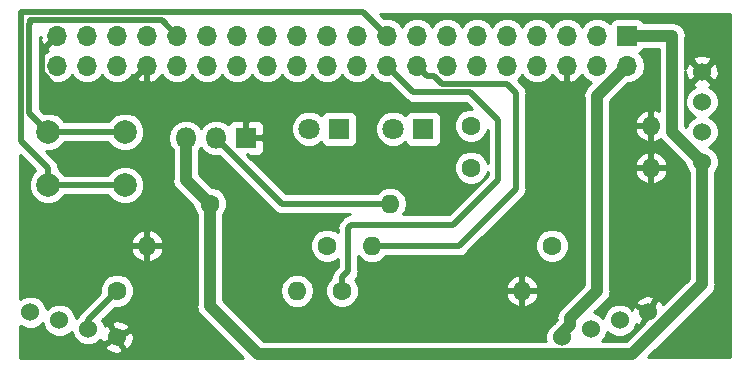
<source format=gbr>
G04 #@! TF.GenerationSoftware,KiCad,Pcbnew,(5.0.2)-1*
G04 #@! TF.CreationDate,2020-12-29T21:20:42+01:00*
G04 #@! TF.ProjectId,Radmesser,5261646d-6573-4736-9572-2e6b69636164,rev?*
G04 #@! TF.SameCoordinates,Original*
G04 #@! TF.FileFunction,Copper,L2,Bot*
G04 #@! TF.FilePolarity,Positive*
%FSLAX46Y46*%
G04 Gerber Fmt 4.6, Leading zero omitted, Abs format (unit mm)*
G04 Created by KiCad (PCBNEW (5.0.2)-1) date 29.12.2020 21:20:42*
%MOMM*%
%LPD*%
G01*
G04 APERTURE LIST*
G04 #@! TA.AperFunction,ComponentPad*
%ADD10C,1.530000*%
G04 #@! TD*
G04 #@! TA.AperFunction,ComponentPad*
%ADD11R,1.800000X1.800000*%
G04 #@! TD*
G04 #@! TA.AperFunction,ComponentPad*
%ADD12C,1.800000*%
G04 #@! TD*
G04 #@! TA.AperFunction,ComponentPad*
%ADD13O,1.700000X1.700000*%
G04 #@! TD*
G04 #@! TA.AperFunction,ComponentPad*
%ADD14R,1.700000X1.700000*%
G04 #@! TD*
G04 #@! TA.AperFunction,ComponentPad*
%ADD15O,1.600000X1.600000*%
G04 #@! TD*
G04 #@! TA.AperFunction,ComponentPad*
%ADD16C,1.600000*%
G04 #@! TD*
G04 #@! TA.AperFunction,ComponentPad*
%ADD17O,1.800000X1.800000*%
G04 #@! TD*
G04 #@! TA.AperFunction,ComponentPad*
%ADD18C,2.000000*%
G04 #@! TD*
G04 #@! TA.AperFunction,Conductor*
%ADD19C,0.500000*%
G04 #@! TD*
G04 #@! TA.AperFunction,Conductor*
%ADD20C,1.000000*%
G04 #@! TD*
G04 #@! TA.AperFunction,Conductor*
%ADD21C,0.254000*%
G04 #@! TD*
G04 APERTURE END LIST*
D10*
G04 #@! TO.P,Uvorne1,2*
G04 #@! TO.N,Net-(J1-Pad35)*
X147509198Y-106649941D03*
G04 #@! TO.P,Uvorne1,3*
G04 #@! TO.N,Net-(R4-Pad1)*
X149950802Y-107350059D03*
G04 #@! TO.P,Uvorne1,4*
G04 #@! TO.N,GND*
X152392407Y-108050179D03*
G04 #@! TO.P,Uvorne1,1*
G04 #@! TO.N,Net-(J1-Pad2)*
X145067593Y-105949821D03*
G04 #@! TD*
G04 #@! TO.P,Uhinten2,1*
G04 #@! TO.N,Net-(J1-Pad2)*
X190067593Y-108050180D03*
G04 #@! TO.P,Uhinten2,4*
G04 #@! TO.N,GND*
X197392407Y-105949820D03*
G04 #@! TO.P,Uhinten2,3*
G04 #@! TO.N,Net-(R2-Pad1)*
X194950802Y-106649941D03*
G04 #@! TO.P,Uhinten2,2*
G04 #@! TO.N,Net-(J1-Pad35)*
X192509198Y-107350059D03*
G04 #@! TD*
D11*
G04 #@! TO.P,Drot2,1*
G04 #@! TO.N,Net-(Drot2-Pad1)*
X178308000Y-90424000D03*
D12*
G04 #@! TO.P,Drot2,2*
G04 #@! TO.N,Net-(Drot2-Pad2)*
X175768000Y-90424000D03*
G04 #@! TD*
G04 #@! TO.P,Dgrun1,2*
G04 #@! TO.N,Net-(Dgrun1-Pad2)*
X168656000Y-90424000D03*
D11*
G04 #@! TO.P,Dgrun1,1*
G04 #@! TO.N,Net-(Dgrun1-Pad1)*
X171196000Y-90424000D03*
G04 #@! TD*
D10*
G04 #@! TO.P,GPS1,2*
G04 #@! TO.N,Net-(GPS1-Pad2)*
X201930000Y-90678000D03*
G04 #@! TO.P,GPS1,3*
G04 #@! TO.N,Net-(GPS1-Pad3)*
X201930000Y-88138000D03*
G04 #@! TO.P,GPS1,4*
G04 #@! TO.N,GND*
X201930000Y-85598000D03*
G04 #@! TO.P,GPS1,1*
G04 #@! TO.N,Net-(GPS1-Pad1)*
X201930000Y-93218000D03*
G04 #@! TD*
D13*
G04 #@! TO.P,J1,40*
G04 #@! TO.N,Net-(Dgrun1-Pad2)*
X147320000Y-85090000D03*
G04 #@! TO.P,J1,39*
G04 #@! TO.N,GND*
X147320000Y-82550000D03*
G04 #@! TO.P,J1,38*
G04 #@! TO.N,Net-(Drot2-Pad2)*
X149860000Y-85090000D03*
G04 #@! TO.P,J1,37*
G04 #@! TO.N,Net-(J1-Pad37)*
X149860000Y-82550000D03*
G04 #@! TO.P,J1,36*
G04 #@! TO.N,Net-(J1-Pad36)*
X152400000Y-85090000D03*
G04 #@! TO.P,J1,35*
G04 #@! TO.N,Net-(J1-Pad35)*
X152400000Y-82550000D03*
G04 #@! TO.P,J1,34*
G04 #@! TO.N,GND*
X154940000Y-85090000D03*
G04 #@! TO.P,J1,33*
G04 #@! TO.N,Net-(J1-Pad33)*
X154940000Y-82550000D03*
G04 #@! TO.P,J1,32*
G04 #@! TO.N,Net-(J1-Pad32)*
X157480000Y-85090000D03*
G04 #@! TO.P,J1,31*
G04 #@! TO.N,Net-(J1-Pad31)*
X157480000Y-82550000D03*
G04 #@! TO.P,J1,30*
G04 #@! TO.N,Net-(J1-Pad30)*
X160020000Y-85090000D03*
G04 #@! TO.P,J1,29*
G04 #@! TO.N,Net-(J1-Pad29)*
X160020000Y-82550000D03*
G04 #@! TO.P,J1,28*
G04 #@! TO.N,Net-(J1-Pad28)*
X162560000Y-85090000D03*
G04 #@! TO.P,J1,27*
G04 #@! TO.N,Net-(J1-Pad27)*
X162560000Y-82550000D03*
G04 #@! TO.P,J1,26*
G04 #@! TO.N,Net-(J1-Pad26)*
X165100000Y-85090000D03*
G04 #@! TO.P,J1,25*
G04 #@! TO.N,Net-(J1-Pad25)*
X165100000Y-82550000D03*
G04 #@! TO.P,J1,24*
G04 #@! TO.N,Net-(J1-Pad24)*
X167640000Y-85090000D03*
G04 #@! TO.P,J1,23*
G04 #@! TO.N,Net-(J1-Pad23)*
X167640000Y-82550000D03*
G04 #@! TO.P,J1,22*
G04 #@! TO.N,Net-(J1-Pad22)*
X170180000Y-85090000D03*
G04 #@! TO.P,J1,21*
G04 #@! TO.N,Net-(J1-Pad21)*
X170180000Y-82550000D03*
G04 #@! TO.P,J1,20*
G04 #@! TO.N,Net-(J1-Pad20)*
X172720000Y-85090000D03*
G04 #@! TO.P,J1,19*
G04 #@! TO.N,Net-(J1-Pad19)*
X172720000Y-82550000D03*
G04 #@! TO.P,J1,18*
G04 #@! TO.N,Net-(J1-Pad18)*
X175260000Y-85090000D03*
G04 #@! TO.P,J1,17*
G04 #@! TO.N,Net-(J1-Pad17)*
X175260000Y-82550000D03*
G04 #@! TO.P,J1,16*
G04 #@! TO.N,Net-(J1-Pad16)*
X177800000Y-85090000D03*
G04 #@! TO.P,J1,15*
G04 #@! TO.N,Net-(J1-Pad15)*
X177800000Y-82550000D03*
G04 #@! TO.P,J1,14*
G04 #@! TO.N,Net-(J1-Pad14)*
X180340000Y-85090000D03*
G04 #@! TO.P,J1,13*
G04 #@! TO.N,Net-(J1-Pad13)*
X180340000Y-82550000D03*
G04 #@! TO.P,J1,12*
G04 #@! TO.N,Net-(J1-Pad12)*
X182880000Y-85090000D03*
G04 #@! TO.P,J1,11*
G04 #@! TO.N,Net-(J1-Pad11)*
X182880000Y-82550000D03*
G04 #@! TO.P,J1,10*
G04 #@! TO.N,Net-(GPS1-Pad3)*
X185420000Y-85090000D03*
G04 #@! TO.P,J1,9*
G04 #@! TO.N,Net-(J1-Pad9)*
X185420000Y-82550000D03*
G04 #@! TO.P,J1,8*
G04 #@! TO.N,Net-(GPS1-Pad2)*
X187960000Y-85090000D03*
G04 #@! TO.P,J1,7*
G04 #@! TO.N,Net-(J1-Pad7)*
X187960000Y-82550000D03*
G04 #@! TO.P,J1,6*
G04 #@! TO.N,GND*
X190500000Y-85090000D03*
G04 #@! TO.P,J1,5*
G04 #@! TO.N,Net-(J1-Pad5)*
X190500000Y-82550000D03*
G04 #@! TO.P,J1,4*
G04 #@! TO.N,Net-(J1-Pad4)*
X193040000Y-85090000D03*
G04 #@! TO.P,J1,3*
G04 #@! TO.N,Net-(J1-Pad3)*
X193040000Y-82550000D03*
G04 #@! TO.P,J1,2*
G04 #@! TO.N,Net-(J1-Pad2)*
X195580000Y-85090000D03*
D14*
G04 #@! TO.P,J1,1*
G04 #@! TO.N,Net-(GPS1-Pad1)*
X195580000Y-82550000D03*
G04 #@! TD*
D15*
G04 #@! TO.P,R1,2*
G04 #@! TO.N,GND*
X154940000Y-100330000D03*
D16*
G04 #@! TO.P,R1,1*
G04 #@! TO.N,Net-(J1-Pad16)*
X170180000Y-100330000D03*
G04 #@! TD*
G04 #@! TO.P,R2,1*
G04 #@! TO.N,Net-(R2-Pad1)*
X189230000Y-100330000D03*
D15*
G04 #@! TO.P,R2,2*
G04 #@! TO.N,Net-(J1-Pad16)*
X173990000Y-100330000D03*
G04 #@! TD*
G04 #@! TO.P,R3,2*
G04 #@! TO.N,GND*
X186690000Y-104140000D03*
D16*
G04 #@! TO.P,R3,1*
G04 #@! TO.N,Net-(J1-Pad18)*
X171450000Y-104140000D03*
G04 #@! TD*
G04 #@! TO.P,R4,1*
G04 #@! TO.N,Net-(R4-Pad1)*
X152400000Y-104140000D03*
D15*
G04 #@! TO.P,R4,2*
G04 #@! TO.N,Net-(J1-Pad18)*
X167640000Y-104140000D03*
G04 #@! TD*
G04 #@! TO.P,R5,2*
G04 #@! TO.N,GND*
X197612000Y-90170000D03*
D16*
G04 #@! TO.P,R5,1*
G04 #@! TO.N,Net-(Drot2-Pad1)*
X182372000Y-90170000D03*
G04 #@! TD*
G04 #@! TO.P,R6,1*
G04 #@! TO.N,Net-(Dgrun1-Pad1)*
X182372000Y-93726000D03*
D15*
G04 #@! TO.P,R6,2*
G04 #@! TO.N,GND*
X197612000Y-93726000D03*
G04 #@! TD*
G04 #@! TO.P,R7,2*
G04 #@! TO.N,Net-(J1-Pad7)*
X175514000Y-96774000D03*
D16*
G04 #@! TO.P,R7,1*
G04 #@! TO.N,Net-(GPS1-Pad1)*
X160274000Y-96774000D03*
G04 #@! TD*
D17*
G04 #@! TO.P,U3,3*
G04 #@! TO.N,Net-(GPS1-Pad1)*
X158242000Y-91186000D03*
G04 #@! TO.P,U3,2*
G04 #@! TO.N,Net-(J1-Pad7)*
X160782000Y-91186000D03*
D11*
G04 #@! TO.P,U3,1*
G04 #@! TO.N,GND*
X163322000Y-91186000D03*
G04 #@! TD*
D18*
G04 #@! TO.P,SW1,1*
G04 #@! TO.N,Net-(J1-Pad31)*
X153058000Y-90678000D03*
G04 #@! TO.P,SW1,2*
G04 #@! TO.N,Net-(J1-Pad17)*
X153058000Y-95178000D03*
G04 #@! TO.P,SW1,1*
G04 #@! TO.N,Net-(J1-Pad31)*
X146558000Y-90678000D03*
G04 #@! TO.P,SW1,2*
G04 #@! TO.N,Net-(J1-Pad17)*
X146558000Y-95178000D03*
G04 #@! TD*
D19*
G04 #@! TO.N,GND*
X146019999Y-85714001D02*
X148189998Y-87884000D01*
X147320000Y-82550000D02*
X146019999Y-83850001D01*
X146019999Y-83850001D02*
X146019999Y-85714001D01*
X152146000Y-87884000D02*
X154940000Y-85090000D01*
X148189998Y-87884000D02*
X152146000Y-87884000D01*
D20*
G04 #@! TO.N,Net-(GPS1-Pad1)*
X199390000Y-90678000D02*
X201930000Y-93218000D01*
X195580000Y-82550000D02*
X199390000Y-82550000D01*
X199390000Y-82550000D02*
X199390000Y-90678000D01*
X195995248Y-109515181D02*
X164379181Y-109515181D01*
X201930000Y-93218000D02*
X201930000Y-103580429D01*
X201930000Y-103580429D02*
X195995248Y-109515181D01*
X160274000Y-105410000D02*
X160274000Y-96774000D01*
X164379181Y-109515181D02*
X160274000Y-105410000D01*
X158242000Y-94742000D02*
X160274000Y-96774000D01*
X158242000Y-91186000D02*
X158242000Y-94742000D01*
D19*
G04 #@! TO.N,Net-(J1-Pad31)*
X146558000Y-90678000D02*
X153058000Y-90678000D01*
X156179999Y-81249999D02*
X145064001Y-81249999D01*
X157480000Y-82550000D02*
X156179999Y-81249999D01*
X145288000Y-89408000D02*
X146558000Y-90678000D01*
X145064001Y-81249999D02*
X145034000Y-81280000D01*
X145064001Y-81503999D02*
X144955000Y-81613000D01*
X145064001Y-81249999D02*
X145064001Y-81503999D01*
X144955000Y-89075000D02*
X146558000Y-90678000D01*
X144955000Y-81613000D02*
X144955000Y-89075000D01*
G04 #@! TO.N,Net-(J1-Pad18)*
X176109999Y-85939999D02*
X175260000Y-85090000D01*
X182310010Y-87314010D02*
X177484010Y-87314010D01*
X184658000Y-89662000D02*
X182310010Y-87314010D01*
X171450000Y-104140000D02*
X171450000Y-103008630D01*
X171450000Y-103008630D02*
X171958000Y-102500630D01*
X184658000Y-94742000D02*
X184658000Y-89662000D01*
X171958000Y-102500630D02*
X171958000Y-98806000D01*
X171958000Y-98806000D02*
X172212000Y-98552000D01*
X172212000Y-98552000D02*
X180848000Y-98552000D01*
X177484010Y-87314010D02*
X176109999Y-85939999D01*
X180848000Y-98552000D02*
X184658000Y-94742000D01*
G04 #@! TO.N,Net-(J1-Pad16)*
X186182000Y-95504000D02*
X181356000Y-100330000D01*
X181356000Y-100330000D02*
X173990000Y-100330000D01*
X177800000Y-85090000D02*
X178649999Y-85939999D01*
X178649999Y-85939999D02*
X179265997Y-85939999D01*
X179265997Y-85939999D02*
X179939998Y-86614000D01*
X179939998Y-86614000D02*
X185420000Y-86614000D01*
X185420000Y-86614000D02*
X186182000Y-87376000D01*
X186182000Y-87376000D02*
X186182000Y-95504000D01*
G04 #@! TO.N,Net-(J1-Pad7)*
X165608000Y-96012000D02*
X160782000Y-91186000D01*
X166370000Y-96774000D02*
X165608000Y-96012000D01*
X175514000Y-96774000D02*
X166370000Y-96774000D01*
G04 #@! TO.N,Net-(R4-Pad1)*
X149950802Y-106589198D02*
X152400000Y-104140000D01*
X149950802Y-107350059D02*
X149950802Y-106589198D01*
G04 #@! TO.N,Net-(J1-Pad17)*
X175260000Y-82550000D02*
X173245010Y-80535010D01*
X173245010Y-80535010D02*
X144254990Y-80535010D01*
X144254990Y-91460777D02*
X144254990Y-80535010D01*
X146558000Y-93763787D02*
X144254990Y-91460777D01*
X146558000Y-95178000D02*
X146558000Y-93763787D01*
X147972213Y-95178000D02*
X153058000Y-95178000D01*
X146558000Y-95178000D02*
X147972213Y-95178000D01*
D20*
G04 #@! TO.N,Net-(J1-Pad2)*
X195580000Y-85090000D02*
X193040000Y-87630000D01*
X193040000Y-87630000D02*
X193040000Y-96520000D01*
X190768257Y-107027146D02*
X190768257Y-106411743D01*
X190003258Y-107792145D02*
X190768257Y-107027146D01*
X190768257Y-106411743D02*
X193040000Y-104140000D01*
X193040000Y-104140000D02*
X193040000Y-96520000D01*
G04 #@! TD*
D21*
G04 #@! TO.N,GND*
G36*
X155067000Y-84963000D02*
X155087000Y-84963000D01*
X155087000Y-85217000D01*
X155067000Y-85217000D01*
X155067000Y-86410155D01*
X155296890Y-86531476D01*
X155706924Y-86361645D01*
X156135183Y-85971358D01*
X156196157Y-85841522D01*
X156409375Y-86160625D01*
X156900582Y-86488839D01*
X157333744Y-86575000D01*
X157626256Y-86575000D01*
X158059418Y-86488839D01*
X158550625Y-86160625D01*
X158750000Y-85862239D01*
X158949375Y-86160625D01*
X159440582Y-86488839D01*
X159873744Y-86575000D01*
X160166256Y-86575000D01*
X160599418Y-86488839D01*
X161090625Y-86160625D01*
X161290000Y-85862239D01*
X161489375Y-86160625D01*
X161980582Y-86488839D01*
X162413744Y-86575000D01*
X162706256Y-86575000D01*
X163139418Y-86488839D01*
X163630625Y-86160625D01*
X163830000Y-85862239D01*
X164029375Y-86160625D01*
X164520582Y-86488839D01*
X164953744Y-86575000D01*
X165246256Y-86575000D01*
X165679418Y-86488839D01*
X166170625Y-86160625D01*
X166370000Y-85862239D01*
X166569375Y-86160625D01*
X167060582Y-86488839D01*
X167493744Y-86575000D01*
X167786256Y-86575000D01*
X168219418Y-86488839D01*
X168710625Y-86160625D01*
X168910000Y-85862239D01*
X169109375Y-86160625D01*
X169600582Y-86488839D01*
X170033744Y-86575000D01*
X170326256Y-86575000D01*
X170759418Y-86488839D01*
X171250625Y-86160625D01*
X171450000Y-85862239D01*
X171649375Y-86160625D01*
X172140582Y-86488839D01*
X172573744Y-86575000D01*
X172866256Y-86575000D01*
X173299418Y-86488839D01*
X173790625Y-86160625D01*
X173990000Y-85862239D01*
X174189375Y-86160625D01*
X174680582Y-86488839D01*
X175113744Y-86575000D01*
X175406256Y-86575000D01*
X175478959Y-86560538D01*
X175545844Y-86627423D01*
X175545847Y-86627425D01*
X176796587Y-87878166D01*
X176845961Y-87952059D01*
X176919854Y-88001433D01*
X176919855Y-88001434D01*
X177138700Y-88147662D01*
X177396845Y-88199010D01*
X177396849Y-88199010D01*
X177484010Y-88216347D01*
X177571171Y-88199010D01*
X181943432Y-88199010D01*
X182479422Y-88735000D01*
X182086561Y-88735000D01*
X181559138Y-88953466D01*
X181155466Y-89357138D01*
X180937000Y-89884561D01*
X180937000Y-90455439D01*
X181155466Y-90982862D01*
X181559138Y-91386534D01*
X182086561Y-91605000D01*
X182657439Y-91605000D01*
X183184862Y-91386534D01*
X183588534Y-90982862D01*
X183773001Y-90537520D01*
X183773000Y-93358479D01*
X183588534Y-92913138D01*
X183184862Y-92509466D01*
X182657439Y-92291000D01*
X182086561Y-92291000D01*
X181559138Y-92509466D01*
X181155466Y-92913138D01*
X180937000Y-93440561D01*
X180937000Y-94011439D01*
X181155466Y-94538862D01*
X181559138Y-94942534D01*
X182086561Y-95161000D01*
X182657439Y-95161000D01*
X183184862Y-94942534D01*
X183588534Y-94538862D01*
X183773000Y-94093522D01*
X183773000Y-94375421D01*
X180481422Y-97667000D01*
X176643176Y-97667000D01*
X176865740Y-97333909D01*
X176977113Y-96774000D01*
X176865740Y-96214091D01*
X176548577Y-95739423D01*
X176073909Y-95422260D01*
X175655333Y-95339000D01*
X175372667Y-95339000D01*
X174954091Y-95422260D01*
X174479423Y-95739423D01*
X174379479Y-95889000D01*
X166736579Y-95889000D01*
X166295426Y-95447848D01*
X166295424Y-95447845D01*
X163449002Y-92601424D01*
X163449002Y-92562252D01*
X163607750Y-92721000D01*
X164348309Y-92721000D01*
X164581698Y-92624327D01*
X164760327Y-92445699D01*
X164857000Y-92212310D01*
X164857000Y-91471750D01*
X164698250Y-91313000D01*
X163449000Y-91313000D01*
X163449000Y-91333000D01*
X163195000Y-91333000D01*
X163195000Y-91313000D01*
X163175000Y-91313000D01*
X163175000Y-91059000D01*
X163195000Y-91059000D01*
X163195000Y-89809750D01*
X163449000Y-89809750D01*
X163449000Y-91059000D01*
X164698250Y-91059000D01*
X164857000Y-90900250D01*
X164857000Y-90159690D01*
X164840009Y-90118670D01*
X167121000Y-90118670D01*
X167121000Y-90729330D01*
X167354690Y-91293507D01*
X167786493Y-91725310D01*
X168350670Y-91959000D01*
X168961330Y-91959000D01*
X169525507Y-91725310D01*
X169694725Y-91556092D01*
X169697843Y-91571765D01*
X169838191Y-91781809D01*
X170048235Y-91922157D01*
X170296000Y-91971440D01*
X172096000Y-91971440D01*
X172343765Y-91922157D01*
X172553809Y-91781809D01*
X172694157Y-91571765D01*
X172743440Y-91324000D01*
X172743440Y-90118670D01*
X174233000Y-90118670D01*
X174233000Y-90729330D01*
X174466690Y-91293507D01*
X174898493Y-91725310D01*
X175462670Y-91959000D01*
X176073330Y-91959000D01*
X176637507Y-91725310D01*
X176806725Y-91556092D01*
X176809843Y-91571765D01*
X176950191Y-91781809D01*
X177160235Y-91922157D01*
X177408000Y-91971440D01*
X179208000Y-91971440D01*
X179455765Y-91922157D01*
X179665809Y-91781809D01*
X179806157Y-91571765D01*
X179855440Y-91324000D01*
X179855440Y-89524000D01*
X179806157Y-89276235D01*
X179665809Y-89066191D01*
X179455765Y-88925843D01*
X179208000Y-88876560D01*
X177408000Y-88876560D01*
X177160235Y-88925843D01*
X176950191Y-89066191D01*
X176809843Y-89276235D01*
X176806725Y-89291908D01*
X176637507Y-89122690D01*
X176073330Y-88889000D01*
X175462670Y-88889000D01*
X174898493Y-89122690D01*
X174466690Y-89554493D01*
X174233000Y-90118670D01*
X172743440Y-90118670D01*
X172743440Y-89524000D01*
X172694157Y-89276235D01*
X172553809Y-89066191D01*
X172343765Y-88925843D01*
X172096000Y-88876560D01*
X170296000Y-88876560D01*
X170048235Y-88925843D01*
X169838191Y-89066191D01*
X169697843Y-89276235D01*
X169694725Y-89291908D01*
X169525507Y-89122690D01*
X168961330Y-88889000D01*
X168350670Y-88889000D01*
X167786493Y-89122690D01*
X167354690Y-89554493D01*
X167121000Y-90118670D01*
X164840009Y-90118670D01*
X164760327Y-89926301D01*
X164581698Y-89747673D01*
X164348309Y-89651000D01*
X163607750Y-89651000D01*
X163449000Y-89809750D01*
X163195000Y-89809750D01*
X163036250Y-89651000D01*
X162295691Y-89651000D01*
X162062302Y-89747673D01*
X161883673Y-89926301D01*
X161835112Y-90043538D01*
X161380927Y-89740062D01*
X160933182Y-89651000D01*
X160630818Y-89651000D01*
X160183073Y-89740062D01*
X159675327Y-90079327D01*
X159512000Y-90323763D01*
X159348673Y-90079327D01*
X158840927Y-89740062D01*
X158393182Y-89651000D01*
X158090818Y-89651000D01*
X157643073Y-89740062D01*
X157135327Y-90079327D01*
X156796062Y-90587073D01*
X156676928Y-91186000D01*
X156796062Y-91784927D01*
X157107000Y-92250279D01*
X157107001Y-94630212D01*
X157084765Y-94742000D01*
X157172854Y-95184854D01*
X157172855Y-95184855D01*
X157423712Y-95560289D01*
X157518480Y-95623611D01*
X158839000Y-96944132D01*
X158839000Y-97059439D01*
X159057466Y-97586862D01*
X159139001Y-97668397D01*
X159139000Y-105298217D01*
X159116765Y-105410000D01*
X159171836Y-105686860D01*
X159204854Y-105852854D01*
X159455711Y-106228289D01*
X159550482Y-106291613D01*
X163045692Y-109786823D01*
X144220000Y-109789885D01*
X144220000Y-108773233D01*
X151349941Y-108773233D01*
X151350228Y-109025584D01*
X151802830Y-109350161D01*
X152345190Y-109476827D01*
X152759339Y-109429640D01*
X152893308Y-109215787D01*
X152342901Y-108222827D01*
X151349941Y-108773233D01*
X144220000Y-108773233D01*
X144220000Y-107082128D01*
X144274556Y-107136684D01*
X144789116Y-107349821D01*
X145346070Y-107349821D01*
X145860630Y-107136684D01*
X146109198Y-106888116D01*
X146109198Y-106928418D01*
X146322335Y-107442978D01*
X146716161Y-107836804D01*
X147230721Y-108049941D01*
X147787675Y-108049941D01*
X148302235Y-107836804D01*
X148550802Y-107588237D01*
X148550802Y-107628536D01*
X148763939Y-108143096D01*
X149157765Y-108536922D01*
X149672325Y-108750059D01*
X150229279Y-108750059D01*
X150743839Y-108536922D01*
X150997676Y-108283085D01*
X151012946Y-108417111D01*
X151226799Y-108551080D01*
X152041136Y-108099685D01*
X152565055Y-108099685D01*
X153115461Y-109092645D01*
X153367812Y-109092358D01*
X153692389Y-108639756D01*
X153819055Y-108097396D01*
X153771868Y-107683247D01*
X153558015Y-107549278D01*
X152565055Y-108099685D01*
X152041136Y-108099685D01*
X152219759Y-108000673D01*
X151669353Y-107007713D01*
X151417002Y-107008000D01*
X151350802Y-107100312D01*
X151350802Y-107071582D01*
X151273340Y-106884571D01*
X151891506Y-106884571D01*
X152441913Y-107877531D01*
X153434873Y-107327125D01*
X153434586Y-107074774D01*
X152981984Y-106750197D01*
X152439624Y-106623531D01*
X152025475Y-106670718D01*
X151891506Y-106884571D01*
X151273340Y-106884571D01*
X151166044Y-106625535D01*
X152216579Y-105575000D01*
X152685439Y-105575000D01*
X153212862Y-105356534D01*
X153616534Y-104952862D01*
X153835000Y-104425439D01*
X153835000Y-103854561D01*
X153616534Y-103327138D01*
X153212862Y-102923466D01*
X152685439Y-102705000D01*
X152114561Y-102705000D01*
X151587138Y-102923466D01*
X151183466Y-103327138D01*
X150965000Y-103854561D01*
X150965000Y-104323421D01*
X149386647Y-105901775D01*
X149312754Y-105951149D01*
X149263380Y-106025042D01*
X149263378Y-106025044D01*
X149176158Y-106155577D01*
X149157765Y-106163196D01*
X148909198Y-106411763D01*
X148909198Y-106371464D01*
X148696061Y-105856904D01*
X148302235Y-105463078D01*
X147787675Y-105249941D01*
X147230721Y-105249941D01*
X146716161Y-105463078D01*
X146467593Y-105711646D01*
X146467593Y-105671344D01*
X146254456Y-105156784D01*
X145860630Y-104762958D01*
X145346070Y-104549821D01*
X144789116Y-104549821D01*
X144274556Y-104762958D01*
X144220000Y-104817514D01*
X144220000Y-100679039D01*
X153548096Y-100679039D01*
X153708959Y-101067423D01*
X154084866Y-101482389D01*
X154590959Y-101721914D01*
X154813000Y-101600629D01*
X154813000Y-100457000D01*
X155067000Y-100457000D01*
X155067000Y-101600629D01*
X155289041Y-101721914D01*
X155795134Y-101482389D01*
X156171041Y-101067423D01*
X156331904Y-100679039D01*
X156209915Y-100457000D01*
X155067000Y-100457000D01*
X154813000Y-100457000D01*
X153670085Y-100457000D01*
X153548096Y-100679039D01*
X144220000Y-100679039D01*
X144220000Y-99980961D01*
X153548096Y-99980961D01*
X153670085Y-100203000D01*
X154813000Y-100203000D01*
X154813000Y-99059371D01*
X155067000Y-99059371D01*
X155067000Y-100203000D01*
X156209915Y-100203000D01*
X156331904Y-99980961D01*
X156171041Y-99592577D01*
X155795134Y-99177611D01*
X155289041Y-98938086D01*
X155067000Y-99059371D01*
X154813000Y-99059371D01*
X154590959Y-98938086D01*
X154084866Y-99177611D01*
X153708959Y-99592577D01*
X153548096Y-99980961D01*
X144220000Y-99980961D01*
X144220000Y-92677365D01*
X145483198Y-93940563D01*
X145171914Y-94251847D01*
X144923000Y-94852778D01*
X144923000Y-95503222D01*
X145171914Y-96104153D01*
X145631847Y-96564086D01*
X146232778Y-96813000D01*
X146883222Y-96813000D01*
X147484153Y-96564086D01*
X147944086Y-96104153D01*
X147961132Y-96063000D01*
X151654868Y-96063000D01*
X151671914Y-96104153D01*
X152131847Y-96564086D01*
X152732778Y-96813000D01*
X153383222Y-96813000D01*
X153984153Y-96564086D01*
X154444086Y-96104153D01*
X154693000Y-95503222D01*
X154693000Y-94852778D01*
X154444086Y-94251847D01*
X153984153Y-93791914D01*
X153383222Y-93543000D01*
X152732778Y-93543000D01*
X152131847Y-93791914D01*
X151671914Y-94251847D01*
X151654868Y-94293000D01*
X147961132Y-94293000D01*
X147944086Y-94251847D01*
X147484153Y-93791914D01*
X147456981Y-93780659D01*
X147460337Y-93763787D01*
X147443000Y-93676626D01*
X147443000Y-93676622D01*
X147391652Y-93418477D01*
X147196049Y-93125738D01*
X147122156Y-93076364D01*
X146358792Y-92313000D01*
X146883222Y-92313000D01*
X147484153Y-92064086D01*
X147944086Y-91604153D01*
X147961132Y-91563000D01*
X151654868Y-91563000D01*
X151671914Y-91604153D01*
X152131847Y-92064086D01*
X152732778Y-92313000D01*
X153383222Y-92313000D01*
X153984153Y-92064086D01*
X154444086Y-91604153D01*
X154693000Y-91003222D01*
X154693000Y-90352778D01*
X154444086Y-89751847D01*
X153984153Y-89291914D01*
X153383222Y-89043000D01*
X152732778Y-89043000D01*
X152131847Y-89291914D01*
X151671914Y-89751847D01*
X151654868Y-89793000D01*
X147961132Y-89793000D01*
X147944086Y-89751847D01*
X147484153Y-89291914D01*
X146883222Y-89043000D01*
X146232778Y-89043000D01*
X146191625Y-89060046D01*
X145840000Y-88708422D01*
X145840000Y-85261393D01*
X145921161Y-85669418D01*
X146249375Y-86160625D01*
X146740582Y-86488839D01*
X147173744Y-86575000D01*
X147466256Y-86575000D01*
X147899418Y-86488839D01*
X148390625Y-86160625D01*
X148590000Y-85862239D01*
X148789375Y-86160625D01*
X149280582Y-86488839D01*
X149713744Y-86575000D01*
X150006256Y-86575000D01*
X150439418Y-86488839D01*
X150930625Y-86160625D01*
X151130000Y-85862239D01*
X151329375Y-86160625D01*
X151820582Y-86488839D01*
X152253744Y-86575000D01*
X152546256Y-86575000D01*
X152979418Y-86488839D01*
X153470625Y-86160625D01*
X153683843Y-85841522D01*
X153744817Y-85971358D01*
X154173076Y-86361645D01*
X154583110Y-86531476D01*
X154813000Y-86410155D01*
X154813000Y-85217000D01*
X154793000Y-85217000D01*
X154793000Y-84963000D01*
X154813000Y-84963000D01*
X154813000Y-84943000D01*
X155067000Y-84943000D01*
X155067000Y-84963000D01*
X155067000Y-84963000D01*
G37*
X155067000Y-84963000D02*
X155087000Y-84963000D01*
X155087000Y-85217000D01*
X155067000Y-85217000D01*
X155067000Y-86410155D01*
X155296890Y-86531476D01*
X155706924Y-86361645D01*
X156135183Y-85971358D01*
X156196157Y-85841522D01*
X156409375Y-86160625D01*
X156900582Y-86488839D01*
X157333744Y-86575000D01*
X157626256Y-86575000D01*
X158059418Y-86488839D01*
X158550625Y-86160625D01*
X158750000Y-85862239D01*
X158949375Y-86160625D01*
X159440582Y-86488839D01*
X159873744Y-86575000D01*
X160166256Y-86575000D01*
X160599418Y-86488839D01*
X161090625Y-86160625D01*
X161290000Y-85862239D01*
X161489375Y-86160625D01*
X161980582Y-86488839D01*
X162413744Y-86575000D01*
X162706256Y-86575000D01*
X163139418Y-86488839D01*
X163630625Y-86160625D01*
X163830000Y-85862239D01*
X164029375Y-86160625D01*
X164520582Y-86488839D01*
X164953744Y-86575000D01*
X165246256Y-86575000D01*
X165679418Y-86488839D01*
X166170625Y-86160625D01*
X166370000Y-85862239D01*
X166569375Y-86160625D01*
X167060582Y-86488839D01*
X167493744Y-86575000D01*
X167786256Y-86575000D01*
X168219418Y-86488839D01*
X168710625Y-86160625D01*
X168910000Y-85862239D01*
X169109375Y-86160625D01*
X169600582Y-86488839D01*
X170033744Y-86575000D01*
X170326256Y-86575000D01*
X170759418Y-86488839D01*
X171250625Y-86160625D01*
X171450000Y-85862239D01*
X171649375Y-86160625D01*
X172140582Y-86488839D01*
X172573744Y-86575000D01*
X172866256Y-86575000D01*
X173299418Y-86488839D01*
X173790625Y-86160625D01*
X173990000Y-85862239D01*
X174189375Y-86160625D01*
X174680582Y-86488839D01*
X175113744Y-86575000D01*
X175406256Y-86575000D01*
X175478959Y-86560538D01*
X175545844Y-86627423D01*
X175545847Y-86627425D01*
X176796587Y-87878166D01*
X176845961Y-87952059D01*
X176919854Y-88001433D01*
X176919855Y-88001434D01*
X177138700Y-88147662D01*
X177396845Y-88199010D01*
X177396849Y-88199010D01*
X177484010Y-88216347D01*
X177571171Y-88199010D01*
X181943432Y-88199010D01*
X182479422Y-88735000D01*
X182086561Y-88735000D01*
X181559138Y-88953466D01*
X181155466Y-89357138D01*
X180937000Y-89884561D01*
X180937000Y-90455439D01*
X181155466Y-90982862D01*
X181559138Y-91386534D01*
X182086561Y-91605000D01*
X182657439Y-91605000D01*
X183184862Y-91386534D01*
X183588534Y-90982862D01*
X183773001Y-90537520D01*
X183773000Y-93358479D01*
X183588534Y-92913138D01*
X183184862Y-92509466D01*
X182657439Y-92291000D01*
X182086561Y-92291000D01*
X181559138Y-92509466D01*
X181155466Y-92913138D01*
X180937000Y-93440561D01*
X180937000Y-94011439D01*
X181155466Y-94538862D01*
X181559138Y-94942534D01*
X182086561Y-95161000D01*
X182657439Y-95161000D01*
X183184862Y-94942534D01*
X183588534Y-94538862D01*
X183773000Y-94093522D01*
X183773000Y-94375421D01*
X180481422Y-97667000D01*
X176643176Y-97667000D01*
X176865740Y-97333909D01*
X176977113Y-96774000D01*
X176865740Y-96214091D01*
X176548577Y-95739423D01*
X176073909Y-95422260D01*
X175655333Y-95339000D01*
X175372667Y-95339000D01*
X174954091Y-95422260D01*
X174479423Y-95739423D01*
X174379479Y-95889000D01*
X166736579Y-95889000D01*
X166295426Y-95447848D01*
X166295424Y-95447845D01*
X163449002Y-92601424D01*
X163449002Y-92562252D01*
X163607750Y-92721000D01*
X164348309Y-92721000D01*
X164581698Y-92624327D01*
X164760327Y-92445699D01*
X164857000Y-92212310D01*
X164857000Y-91471750D01*
X164698250Y-91313000D01*
X163449000Y-91313000D01*
X163449000Y-91333000D01*
X163195000Y-91333000D01*
X163195000Y-91313000D01*
X163175000Y-91313000D01*
X163175000Y-91059000D01*
X163195000Y-91059000D01*
X163195000Y-89809750D01*
X163449000Y-89809750D01*
X163449000Y-91059000D01*
X164698250Y-91059000D01*
X164857000Y-90900250D01*
X164857000Y-90159690D01*
X164840009Y-90118670D01*
X167121000Y-90118670D01*
X167121000Y-90729330D01*
X167354690Y-91293507D01*
X167786493Y-91725310D01*
X168350670Y-91959000D01*
X168961330Y-91959000D01*
X169525507Y-91725310D01*
X169694725Y-91556092D01*
X169697843Y-91571765D01*
X169838191Y-91781809D01*
X170048235Y-91922157D01*
X170296000Y-91971440D01*
X172096000Y-91971440D01*
X172343765Y-91922157D01*
X172553809Y-91781809D01*
X172694157Y-91571765D01*
X172743440Y-91324000D01*
X172743440Y-90118670D01*
X174233000Y-90118670D01*
X174233000Y-90729330D01*
X174466690Y-91293507D01*
X174898493Y-91725310D01*
X175462670Y-91959000D01*
X176073330Y-91959000D01*
X176637507Y-91725310D01*
X176806725Y-91556092D01*
X176809843Y-91571765D01*
X176950191Y-91781809D01*
X177160235Y-91922157D01*
X177408000Y-91971440D01*
X179208000Y-91971440D01*
X179455765Y-91922157D01*
X179665809Y-91781809D01*
X179806157Y-91571765D01*
X179855440Y-91324000D01*
X179855440Y-89524000D01*
X179806157Y-89276235D01*
X179665809Y-89066191D01*
X179455765Y-88925843D01*
X179208000Y-88876560D01*
X177408000Y-88876560D01*
X177160235Y-88925843D01*
X176950191Y-89066191D01*
X176809843Y-89276235D01*
X176806725Y-89291908D01*
X176637507Y-89122690D01*
X176073330Y-88889000D01*
X175462670Y-88889000D01*
X174898493Y-89122690D01*
X174466690Y-89554493D01*
X174233000Y-90118670D01*
X172743440Y-90118670D01*
X172743440Y-89524000D01*
X172694157Y-89276235D01*
X172553809Y-89066191D01*
X172343765Y-88925843D01*
X172096000Y-88876560D01*
X170296000Y-88876560D01*
X170048235Y-88925843D01*
X169838191Y-89066191D01*
X169697843Y-89276235D01*
X169694725Y-89291908D01*
X169525507Y-89122690D01*
X168961330Y-88889000D01*
X168350670Y-88889000D01*
X167786493Y-89122690D01*
X167354690Y-89554493D01*
X167121000Y-90118670D01*
X164840009Y-90118670D01*
X164760327Y-89926301D01*
X164581698Y-89747673D01*
X164348309Y-89651000D01*
X163607750Y-89651000D01*
X163449000Y-89809750D01*
X163195000Y-89809750D01*
X163036250Y-89651000D01*
X162295691Y-89651000D01*
X162062302Y-89747673D01*
X161883673Y-89926301D01*
X161835112Y-90043538D01*
X161380927Y-89740062D01*
X160933182Y-89651000D01*
X160630818Y-89651000D01*
X160183073Y-89740062D01*
X159675327Y-90079327D01*
X159512000Y-90323763D01*
X159348673Y-90079327D01*
X158840927Y-89740062D01*
X158393182Y-89651000D01*
X158090818Y-89651000D01*
X157643073Y-89740062D01*
X157135327Y-90079327D01*
X156796062Y-90587073D01*
X156676928Y-91186000D01*
X156796062Y-91784927D01*
X157107000Y-92250279D01*
X157107001Y-94630212D01*
X157084765Y-94742000D01*
X157172854Y-95184854D01*
X157172855Y-95184855D01*
X157423712Y-95560289D01*
X157518480Y-95623611D01*
X158839000Y-96944132D01*
X158839000Y-97059439D01*
X159057466Y-97586862D01*
X159139001Y-97668397D01*
X159139000Y-105298217D01*
X159116765Y-105410000D01*
X159171836Y-105686860D01*
X159204854Y-105852854D01*
X159455711Y-106228289D01*
X159550482Y-106291613D01*
X163045692Y-109786823D01*
X144220000Y-109789885D01*
X144220000Y-108773233D01*
X151349941Y-108773233D01*
X151350228Y-109025584D01*
X151802830Y-109350161D01*
X152345190Y-109476827D01*
X152759339Y-109429640D01*
X152893308Y-109215787D01*
X152342901Y-108222827D01*
X151349941Y-108773233D01*
X144220000Y-108773233D01*
X144220000Y-107082128D01*
X144274556Y-107136684D01*
X144789116Y-107349821D01*
X145346070Y-107349821D01*
X145860630Y-107136684D01*
X146109198Y-106888116D01*
X146109198Y-106928418D01*
X146322335Y-107442978D01*
X146716161Y-107836804D01*
X147230721Y-108049941D01*
X147787675Y-108049941D01*
X148302235Y-107836804D01*
X148550802Y-107588237D01*
X148550802Y-107628536D01*
X148763939Y-108143096D01*
X149157765Y-108536922D01*
X149672325Y-108750059D01*
X150229279Y-108750059D01*
X150743839Y-108536922D01*
X150997676Y-108283085D01*
X151012946Y-108417111D01*
X151226799Y-108551080D01*
X152041136Y-108099685D01*
X152565055Y-108099685D01*
X153115461Y-109092645D01*
X153367812Y-109092358D01*
X153692389Y-108639756D01*
X153819055Y-108097396D01*
X153771868Y-107683247D01*
X153558015Y-107549278D01*
X152565055Y-108099685D01*
X152041136Y-108099685D01*
X152219759Y-108000673D01*
X151669353Y-107007713D01*
X151417002Y-107008000D01*
X151350802Y-107100312D01*
X151350802Y-107071582D01*
X151273340Y-106884571D01*
X151891506Y-106884571D01*
X152441913Y-107877531D01*
X153434873Y-107327125D01*
X153434586Y-107074774D01*
X152981984Y-106750197D01*
X152439624Y-106623531D01*
X152025475Y-106670718D01*
X151891506Y-106884571D01*
X151273340Y-106884571D01*
X151166044Y-106625535D01*
X152216579Y-105575000D01*
X152685439Y-105575000D01*
X153212862Y-105356534D01*
X153616534Y-104952862D01*
X153835000Y-104425439D01*
X153835000Y-103854561D01*
X153616534Y-103327138D01*
X153212862Y-102923466D01*
X152685439Y-102705000D01*
X152114561Y-102705000D01*
X151587138Y-102923466D01*
X151183466Y-103327138D01*
X150965000Y-103854561D01*
X150965000Y-104323421D01*
X149386647Y-105901775D01*
X149312754Y-105951149D01*
X149263380Y-106025042D01*
X149263378Y-106025044D01*
X149176158Y-106155577D01*
X149157765Y-106163196D01*
X148909198Y-106411763D01*
X148909198Y-106371464D01*
X148696061Y-105856904D01*
X148302235Y-105463078D01*
X147787675Y-105249941D01*
X147230721Y-105249941D01*
X146716161Y-105463078D01*
X146467593Y-105711646D01*
X146467593Y-105671344D01*
X146254456Y-105156784D01*
X145860630Y-104762958D01*
X145346070Y-104549821D01*
X144789116Y-104549821D01*
X144274556Y-104762958D01*
X144220000Y-104817514D01*
X144220000Y-100679039D01*
X153548096Y-100679039D01*
X153708959Y-101067423D01*
X154084866Y-101482389D01*
X154590959Y-101721914D01*
X154813000Y-101600629D01*
X154813000Y-100457000D01*
X155067000Y-100457000D01*
X155067000Y-101600629D01*
X155289041Y-101721914D01*
X155795134Y-101482389D01*
X156171041Y-101067423D01*
X156331904Y-100679039D01*
X156209915Y-100457000D01*
X155067000Y-100457000D01*
X154813000Y-100457000D01*
X153670085Y-100457000D01*
X153548096Y-100679039D01*
X144220000Y-100679039D01*
X144220000Y-99980961D01*
X153548096Y-99980961D01*
X153670085Y-100203000D01*
X154813000Y-100203000D01*
X154813000Y-99059371D01*
X155067000Y-99059371D01*
X155067000Y-100203000D01*
X156209915Y-100203000D01*
X156331904Y-99980961D01*
X156171041Y-99592577D01*
X155795134Y-99177611D01*
X155289041Y-98938086D01*
X155067000Y-99059371D01*
X154813000Y-99059371D01*
X154590959Y-98938086D01*
X154084866Y-99177611D01*
X153708959Y-99592577D01*
X153548096Y-99980961D01*
X144220000Y-99980961D01*
X144220000Y-92677365D01*
X145483198Y-93940563D01*
X145171914Y-94251847D01*
X144923000Y-94852778D01*
X144923000Y-95503222D01*
X145171914Y-96104153D01*
X145631847Y-96564086D01*
X146232778Y-96813000D01*
X146883222Y-96813000D01*
X147484153Y-96564086D01*
X147944086Y-96104153D01*
X147961132Y-96063000D01*
X151654868Y-96063000D01*
X151671914Y-96104153D01*
X152131847Y-96564086D01*
X152732778Y-96813000D01*
X153383222Y-96813000D01*
X153984153Y-96564086D01*
X154444086Y-96104153D01*
X154693000Y-95503222D01*
X154693000Y-94852778D01*
X154444086Y-94251847D01*
X153984153Y-93791914D01*
X153383222Y-93543000D01*
X152732778Y-93543000D01*
X152131847Y-93791914D01*
X151671914Y-94251847D01*
X151654868Y-94293000D01*
X147961132Y-94293000D01*
X147944086Y-94251847D01*
X147484153Y-93791914D01*
X147456981Y-93780659D01*
X147460337Y-93763787D01*
X147443000Y-93676626D01*
X147443000Y-93676622D01*
X147391652Y-93418477D01*
X147196049Y-93125738D01*
X147122156Y-93076364D01*
X146358792Y-92313000D01*
X146883222Y-92313000D01*
X147484153Y-92064086D01*
X147944086Y-91604153D01*
X147961132Y-91563000D01*
X151654868Y-91563000D01*
X151671914Y-91604153D01*
X152131847Y-92064086D01*
X152732778Y-92313000D01*
X153383222Y-92313000D01*
X153984153Y-92064086D01*
X154444086Y-91604153D01*
X154693000Y-91003222D01*
X154693000Y-90352778D01*
X154444086Y-89751847D01*
X153984153Y-89291914D01*
X153383222Y-89043000D01*
X152732778Y-89043000D01*
X152131847Y-89291914D01*
X151671914Y-89751847D01*
X151654868Y-89793000D01*
X147961132Y-89793000D01*
X147944086Y-89751847D01*
X147484153Y-89291914D01*
X146883222Y-89043000D01*
X146232778Y-89043000D01*
X146191625Y-89060046D01*
X145840000Y-88708422D01*
X145840000Y-85261393D01*
X145921161Y-85669418D01*
X146249375Y-86160625D01*
X146740582Y-86488839D01*
X147173744Y-86575000D01*
X147466256Y-86575000D01*
X147899418Y-86488839D01*
X148390625Y-86160625D01*
X148590000Y-85862239D01*
X148789375Y-86160625D01*
X149280582Y-86488839D01*
X149713744Y-86575000D01*
X150006256Y-86575000D01*
X150439418Y-86488839D01*
X150930625Y-86160625D01*
X151130000Y-85862239D01*
X151329375Y-86160625D01*
X151820582Y-86488839D01*
X152253744Y-86575000D01*
X152546256Y-86575000D01*
X152979418Y-86488839D01*
X153470625Y-86160625D01*
X153683843Y-85841522D01*
X153744817Y-85971358D01*
X154173076Y-86361645D01*
X154583110Y-86531476D01*
X154813000Y-86410155D01*
X154813000Y-85217000D01*
X154793000Y-85217000D01*
X154793000Y-84963000D01*
X154813000Y-84963000D01*
X154813000Y-84943000D01*
X155067000Y-84943000D01*
X155067000Y-84963000D01*
G36*
X204290001Y-109780116D02*
X197334313Y-109781247D01*
X202653521Y-104462040D01*
X202748289Y-104398718D01*
X202999146Y-104023284D01*
X203065000Y-103692212D01*
X203087235Y-103580429D01*
X203065000Y-103468646D01*
X203065000Y-94062900D01*
X203116863Y-94011037D01*
X203330000Y-93496477D01*
X203330000Y-92939523D01*
X203116863Y-92424963D01*
X202723037Y-92031137D01*
X202522326Y-91948000D01*
X202723037Y-91864863D01*
X203116863Y-91471037D01*
X203330000Y-90956477D01*
X203330000Y-90399523D01*
X203116863Y-89884963D01*
X202723037Y-89491137D01*
X202522326Y-89408000D01*
X202723037Y-89324863D01*
X203116863Y-88931037D01*
X203330000Y-88416477D01*
X203330000Y-87859523D01*
X203116863Y-87344963D01*
X202723037Y-86951137D01*
X202538176Y-86874565D01*
X202662949Y-86822883D01*
X202732782Y-86580387D01*
X201930000Y-85777605D01*
X201127218Y-86580387D01*
X201197051Y-86822883D01*
X201331083Y-86870730D01*
X201136963Y-86951137D01*
X200743137Y-87344963D01*
X200530000Y-87859523D01*
X200530000Y-88416477D01*
X200743137Y-88931037D01*
X201136963Y-89324863D01*
X201337674Y-89408000D01*
X201136963Y-89491137D01*
X200743137Y-89884963D01*
X200584670Y-90267538D01*
X200525000Y-90207869D01*
X200525000Y-85532623D01*
X200545604Y-85945850D01*
X200705117Y-86330949D01*
X200947613Y-86400782D01*
X201750395Y-85598000D01*
X202109605Y-85598000D01*
X202912387Y-86400782D01*
X203154883Y-86330949D01*
X203342132Y-85806414D01*
X203314396Y-85250150D01*
X203154883Y-84865051D01*
X202912387Y-84795218D01*
X202109605Y-85598000D01*
X201750395Y-85598000D01*
X200947613Y-84795218D01*
X200705117Y-84865051D01*
X200525000Y-85369607D01*
X200525000Y-84615613D01*
X201127218Y-84615613D01*
X201930000Y-85418395D01*
X202732782Y-84615613D01*
X202662949Y-84373117D01*
X202138414Y-84185868D01*
X201582150Y-84213604D01*
X201197051Y-84373117D01*
X201127218Y-84615613D01*
X200525000Y-84615613D01*
X200525000Y-82661783D01*
X200547235Y-82550000D01*
X200459146Y-82107145D01*
X200208289Y-81731711D01*
X199832855Y-81480854D01*
X199501783Y-81415000D01*
X199390000Y-81392765D01*
X199278217Y-81415000D01*
X197003277Y-81415000D01*
X196887809Y-81242191D01*
X196677765Y-81101843D01*
X196430000Y-81052560D01*
X194730000Y-81052560D01*
X194482235Y-81101843D01*
X194272191Y-81242191D01*
X194131843Y-81452235D01*
X194122816Y-81497619D01*
X194110625Y-81479375D01*
X193619418Y-81151161D01*
X193186256Y-81065000D01*
X192893744Y-81065000D01*
X192460582Y-81151161D01*
X191969375Y-81479375D01*
X191770000Y-81777761D01*
X191570625Y-81479375D01*
X191079418Y-81151161D01*
X190646256Y-81065000D01*
X190353744Y-81065000D01*
X189920582Y-81151161D01*
X189429375Y-81479375D01*
X189230000Y-81777761D01*
X189030625Y-81479375D01*
X188539418Y-81151161D01*
X188106256Y-81065000D01*
X187813744Y-81065000D01*
X187380582Y-81151161D01*
X186889375Y-81479375D01*
X186690000Y-81777761D01*
X186490625Y-81479375D01*
X185999418Y-81151161D01*
X185566256Y-81065000D01*
X185273744Y-81065000D01*
X184840582Y-81151161D01*
X184349375Y-81479375D01*
X184150000Y-81777761D01*
X183950625Y-81479375D01*
X183459418Y-81151161D01*
X183026256Y-81065000D01*
X182733744Y-81065000D01*
X182300582Y-81151161D01*
X181809375Y-81479375D01*
X181610000Y-81777761D01*
X181410625Y-81479375D01*
X180919418Y-81151161D01*
X180486256Y-81065000D01*
X180193744Y-81065000D01*
X179760582Y-81151161D01*
X179269375Y-81479375D01*
X179070000Y-81777761D01*
X178870625Y-81479375D01*
X178379418Y-81151161D01*
X177946256Y-81065000D01*
X177653744Y-81065000D01*
X177220582Y-81151161D01*
X176729375Y-81479375D01*
X176530000Y-81777761D01*
X176330625Y-81479375D01*
X175839418Y-81151161D01*
X175406256Y-81065000D01*
X175113744Y-81065000D01*
X175041040Y-81079462D01*
X174681578Y-80720000D01*
X204290000Y-80720000D01*
X204290001Y-109780116D01*
X204290001Y-109780116D01*
G37*
X204290001Y-109780116D02*
X197334313Y-109781247D01*
X202653521Y-104462040D01*
X202748289Y-104398718D01*
X202999146Y-104023284D01*
X203065000Y-103692212D01*
X203087235Y-103580429D01*
X203065000Y-103468646D01*
X203065000Y-94062900D01*
X203116863Y-94011037D01*
X203330000Y-93496477D01*
X203330000Y-92939523D01*
X203116863Y-92424963D01*
X202723037Y-92031137D01*
X202522326Y-91948000D01*
X202723037Y-91864863D01*
X203116863Y-91471037D01*
X203330000Y-90956477D01*
X203330000Y-90399523D01*
X203116863Y-89884963D01*
X202723037Y-89491137D01*
X202522326Y-89408000D01*
X202723037Y-89324863D01*
X203116863Y-88931037D01*
X203330000Y-88416477D01*
X203330000Y-87859523D01*
X203116863Y-87344963D01*
X202723037Y-86951137D01*
X202538176Y-86874565D01*
X202662949Y-86822883D01*
X202732782Y-86580387D01*
X201930000Y-85777605D01*
X201127218Y-86580387D01*
X201197051Y-86822883D01*
X201331083Y-86870730D01*
X201136963Y-86951137D01*
X200743137Y-87344963D01*
X200530000Y-87859523D01*
X200530000Y-88416477D01*
X200743137Y-88931037D01*
X201136963Y-89324863D01*
X201337674Y-89408000D01*
X201136963Y-89491137D01*
X200743137Y-89884963D01*
X200584670Y-90267538D01*
X200525000Y-90207869D01*
X200525000Y-85532623D01*
X200545604Y-85945850D01*
X200705117Y-86330949D01*
X200947613Y-86400782D01*
X201750395Y-85598000D01*
X202109605Y-85598000D01*
X202912387Y-86400782D01*
X203154883Y-86330949D01*
X203342132Y-85806414D01*
X203314396Y-85250150D01*
X203154883Y-84865051D01*
X202912387Y-84795218D01*
X202109605Y-85598000D01*
X201750395Y-85598000D01*
X200947613Y-84795218D01*
X200705117Y-84865051D01*
X200525000Y-85369607D01*
X200525000Y-84615613D01*
X201127218Y-84615613D01*
X201930000Y-85418395D01*
X202732782Y-84615613D01*
X202662949Y-84373117D01*
X202138414Y-84185868D01*
X201582150Y-84213604D01*
X201197051Y-84373117D01*
X201127218Y-84615613D01*
X200525000Y-84615613D01*
X200525000Y-82661783D01*
X200547235Y-82550000D01*
X200459146Y-82107145D01*
X200208289Y-81731711D01*
X199832855Y-81480854D01*
X199501783Y-81415000D01*
X199390000Y-81392765D01*
X199278217Y-81415000D01*
X197003277Y-81415000D01*
X196887809Y-81242191D01*
X196677765Y-81101843D01*
X196430000Y-81052560D01*
X194730000Y-81052560D01*
X194482235Y-81101843D01*
X194272191Y-81242191D01*
X194131843Y-81452235D01*
X194122816Y-81497619D01*
X194110625Y-81479375D01*
X193619418Y-81151161D01*
X193186256Y-81065000D01*
X192893744Y-81065000D01*
X192460582Y-81151161D01*
X191969375Y-81479375D01*
X191770000Y-81777761D01*
X191570625Y-81479375D01*
X191079418Y-81151161D01*
X190646256Y-81065000D01*
X190353744Y-81065000D01*
X189920582Y-81151161D01*
X189429375Y-81479375D01*
X189230000Y-81777761D01*
X189030625Y-81479375D01*
X188539418Y-81151161D01*
X188106256Y-81065000D01*
X187813744Y-81065000D01*
X187380582Y-81151161D01*
X186889375Y-81479375D01*
X186690000Y-81777761D01*
X186490625Y-81479375D01*
X185999418Y-81151161D01*
X185566256Y-81065000D01*
X185273744Y-81065000D01*
X184840582Y-81151161D01*
X184349375Y-81479375D01*
X184150000Y-81777761D01*
X183950625Y-81479375D01*
X183459418Y-81151161D01*
X183026256Y-81065000D01*
X182733744Y-81065000D01*
X182300582Y-81151161D01*
X181809375Y-81479375D01*
X181610000Y-81777761D01*
X181410625Y-81479375D01*
X180919418Y-81151161D01*
X180486256Y-81065000D01*
X180193744Y-81065000D01*
X179760582Y-81151161D01*
X179269375Y-81479375D01*
X179070000Y-81777761D01*
X178870625Y-81479375D01*
X178379418Y-81151161D01*
X177946256Y-81065000D01*
X177653744Y-81065000D01*
X177220582Y-81151161D01*
X176729375Y-81479375D01*
X176530000Y-81777761D01*
X176330625Y-81479375D01*
X175839418Y-81151161D01*
X175406256Y-81065000D01*
X175113744Y-81065000D01*
X175041040Y-81079462D01*
X174681578Y-80720000D01*
X204290000Y-80720000D01*
X204290001Y-109780116D01*
G36*
X198255001Y-88917212D02*
X197961041Y-88778086D01*
X197739000Y-88899371D01*
X197739000Y-90043000D01*
X197759000Y-90043000D01*
X197759000Y-90297000D01*
X197739000Y-90297000D01*
X197739000Y-91440629D01*
X197961041Y-91561914D01*
X198458307Y-91326567D01*
X198571712Y-91496289D01*
X198666480Y-91559611D01*
X200530000Y-93423132D01*
X200530000Y-93496477D01*
X200743137Y-94011037D01*
X200795000Y-94062900D01*
X200795001Y-103110296D01*
X198638533Y-105266765D01*
X198627294Y-105233854D01*
X198367812Y-104907641D01*
X198115461Y-104907354D01*
X197565055Y-105900314D01*
X197848093Y-106057205D01*
X197763747Y-106141552D01*
X197586156Y-105963961D01*
X197406548Y-106143569D01*
X197421776Y-106158797D01*
X197017912Y-106887386D01*
X195525117Y-108380181D01*
X193458976Y-108380181D01*
X193696061Y-108143096D01*
X193909198Y-107628536D01*
X193909198Y-107588237D01*
X194157765Y-107836804D01*
X194672325Y-108049941D01*
X195229279Y-108049941D01*
X195743839Y-107836804D01*
X196137665Y-107442978D01*
X196350802Y-106928418D01*
X196350802Y-106908774D01*
X196417002Y-106991999D01*
X196669353Y-106992286D01*
X197219759Y-105999326D01*
X196226799Y-105448919D01*
X196012946Y-105582888D01*
X196004003Y-105723242D01*
X195743839Y-105463078D01*
X195229279Y-105249941D01*
X194672325Y-105249941D01*
X194157765Y-105463078D01*
X193763939Y-105856904D01*
X193550802Y-106371464D01*
X193550802Y-106411763D01*
X193302235Y-106163196D01*
X192821190Y-105963941D01*
X193558365Y-105226766D01*
X196349941Y-105226766D01*
X197342901Y-105777172D01*
X197893308Y-104784212D01*
X197759339Y-104570359D01*
X197203511Y-104534945D01*
X196676441Y-104714933D01*
X196350228Y-104974415D01*
X196349941Y-105226766D01*
X193558365Y-105226766D01*
X193763521Y-105021610D01*
X193858289Y-104958289D01*
X194109146Y-104582855D01*
X194175000Y-104251783D01*
X194175000Y-104251782D01*
X194197235Y-104140000D01*
X194175000Y-104028217D01*
X194175000Y-94075039D01*
X196220096Y-94075039D01*
X196380959Y-94463423D01*
X196756866Y-94878389D01*
X197262959Y-95117914D01*
X197485000Y-94996629D01*
X197485000Y-93853000D01*
X197739000Y-93853000D01*
X197739000Y-94996629D01*
X197961041Y-95117914D01*
X198467134Y-94878389D01*
X198843041Y-94463423D01*
X199003904Y-94075039D01*
X198881915Y-93853000D01*
X197739000Y-93853000D01*
X197485000Y-93853000D01*
X196342085Y-93853000D01*
X196220096Y-94075039D01*
X194175000Y-94075039D01*
X194175000Y-93376961D01*
X196220096Y-93376961D01*
X196342085Y-93599000D01*
X197485000Y-93599000D01*
X197485000Y-92455371D01*
X197739000Y-92455371D01*
X197739000Y-93599000D01*
X198881915Y-93599000D01*
X199003904Y-93376961D01*
X198843041Y-92988577D01*
X198467134Y-92573611D01*
X197961041Y-92334086D01*
X197739000Y-92455371D01*
X197485000Y-92455371D01*
X197262959Y-92334086D01*
X196756866Y-92573611D01*
X196380959Y-92988577D01*
X196220096Y-93376961D01*
X194175000Y-93376961D01*
X194175000Y-90519039D01*
X196220096Y-90519039D01*
X196380959Y-90907423D01*
X196756866Y-91322389D01*
X197262959Y-91561914D01*
X197485000Y-91440629D01*
X197485000Y-90297000D01*
X196342085Y-90297000D01*
X196220096Y-90519039D01*
X194175000Y-90519039D01*
X194175000Y-89820961D01*
X196220096Y-89820961D01*
X196342085Y-90043000D01*
X197485000Y-90043000D01*
X197485000Y-88899371D01*
X197262959Y-88778086D01*
X196756866Y-89017611D01*
X196380959Y-89432577D01*
X196220096Y-89820961D01*
X194175000Y-89820961D01*
X194175000Y-88100131D01*
X195700132Y-86575000D01*
X195726256Y-86575000D01*
X196159418Y-86488839D01*
X196650625Y-86160625D01*
X196978839Y-85669418D01*
X197094092Y-85090000D01*
X196978839Y-84510582D01*
X196650625Y-84019375D01*
X196632381Y-84007184D01*
X196677765Y-83998157D01*
X196887809Y-83857809D01*
X197003277Y-83685000D01*
X198255000Y-83685000D01*
X198255001Y-88917212D01*
X198255001Y-88917212D01*
G37*
X198255001Y-88917212D02*
X197961041Y-88778086D01*
X197739000Y-88899371D01*
X197739000Y-90043000D01*
X197759000Y-90043000D01*
X197759000Y-90297000D01*
X197739000Y-90297000D01*
X197739000Y-91440629D01*
X197961041Y-91561914D01*
X198458307Y-91326567D01*
X198571712Y-91496289D01*
X198666480Y-91559611D01*
X200530000Y-93423132D01*
X200530000Y-93496477D01*
X200743137Y-94011037D01*
X200795000Y-94062900D01*
X200795001Y-103110296D01*
X198638533Y-105266765D01*
X198627294Y-105233854D01*
X198367812Y-104907641D01*
X198115461Y-104907354D01*
X197565055Y-105900314D01*
X197848093Y-106057205D01*
X197763747Y-106141552D01*
X197586156Y-105963961D01*
X197406548Y-106143569D01*
X197421776Y-106158797D01*
X197017912Y-106887386D01*
X195525117Y-108380181D01*
X193458976Y-108380181D01*
X193696061Y-108143096D01*
X193909198Y-107628536D01*
X193909198Y-107588237D01*
X194157765Y-107836804D01*
X194672325Y-108049941D01*
X195229279Y-108049941D01*
X195743839Y-107836804D01*
X196137665Y-107442978D01*
X196350802Y-106928418D01*
X196350802Y-106908774D01*
X196417002Y-106991999D01*
X196669353Y-106992286D01*
X197219759Y-105999326D01*
X196226799Y-105448919D01*
X196012946Y-105582888D01*
X196004003Y-105723242D01*
X195743839Y-105463078D01*
X195229279Y-105249941D01*
X194672325Y-105249941D01*
X194157765Y-105463078D01*
X193763939Y-105856904D01*
X193550802Y-106371464D01*
X193550802Y-106411763D01*
X193302235Y-106163196D01*
X192821190Y-105963941D01*
X193558365Y-105226766D01*
X196349941Y-105226766D01*
X197342901Y-105777172D01*
X197893308Y-104784212D01*
X197759339Y-104570359D01*
X197203511Y-104534945D01*
X196676441Y-104714933D01*
X196350228Y-104974415D01*
X196349941Y-105226766D01*
X193558365Y-105226766D01*
X193763521Y-105021610D01*
X193858289Y-104958289D01*
X194109146Y-104582855D01*
X194175000Y-104251783D01*
X194175000Y-104251782D01*
X194197235Y-104140000D01*
X194175000Y-104028217D01*
X194175000Y-94075039D01*
X196220096Y-94075039D01*
X196380959Y-94463423D01*
X196756866Y-94878389D01*
X197262959Y-95117914D01*
X197485000Y-94996629D01*
X197485000Y-93853000D01*
X197739000Y-93853000D01*
X197739000Y-94996629D01*
X197961041Y-95117914D01*
X198467134Y-94878389D01*
X198843041Y-94463423D01*
X199003904Y-94075039D01*
X198881915Y-93853000D01*
X197739000Y-93853000D01*
X197485000Y-93853000D01*
X196342085Y-93853000D01*
X196220096Y-94075039D01*
X194175000Y-94075039D01*
X194175000Y-93376961D01*
X196220096Y-93376961D01*
X196342085Y-93599000D01*
X197485000Y-93599000D01*
X197485000Y-92455371D01*
X197739000Y-92455371D01*
X197739000Y-93599000D01*
X198881915Y-93599000D01*
X199003904Y-93376961D01*
X198843041Y-92988577D01*
X198467134Y-92573611D01*
X197961041Y-92334086D01*
X197739000Y-92455371D01*
X197485000Y-92455371D01*
X197262959Y-92334086D01*
X196756866Y-92573611D01*
X196380959Y-92988577D01*
X196220096Y-93376961D01*
X194175000Y-93376961D01*
X194175000Y-90519039D01*
X196220096Y-90519039D01*
X196380959Y-90907423D01*
X196756866Y-91322389D01*
X197262959Y-91561914D01*
X197485000Y-91440629D01*
X197485000Y-90297000D01*
X196342085Y-90297000D01*
X196220096Y-90519039D01*
X194175000Y-90519039D01*
X194175000Y-89820961D01*
X196220096Y-89820961D01*
X196342085Y-90043000D01*
X197485000Y-90043000D01*
X197485000Y-88899371D01*
X197262959Y-88778086D01*
X196756866Y-89017611D01*
X196380959Y-89432577D01*
X196220096Y-89820961D01*
X194175000Y-89820961D01*
X194175000Y-88100131D01*
X195700132Y-86575000D01*
X195726256Y-86575000D01*
X196159418Y-86488839D01*
X196650625Y-86160625D01*
X196978839Y-85669418D01*
X197094092Y-85090000D01*
X196978839Y-84510582D01*
X196650625Y-84019375D01*
X196632381Y-84007184D01*
X196677765Y-83998157D01*
X196887809Y-83857809D01*
X197003277Y-83685000D01*
X198255000Y-83685000D01*
X198255001Y-88917212D01*
G36*
X190627000Y-84963000D02*
X190647000Y-84963000D01*
X190647000Y-85217000D01*
X190627000Y-85217000D01*
X190627000Y-86410155D01*
X190856890Y-86531476D01*
X191266924Y-86361645D01*
X191695183Y-85971358D01*
X191756157Y-85841522D01*
X191969375Y-86160625D01*
X192460582Y-86488839D01*
X192556876Y-86507993D01*
X192316482Y-86748387D01*
X192221711Y-86811711D01*
X192075394Y-87030691D01*
X191970854Y-87187146D01*
X191882765Y-87630000D01*
X191905000Y-87741783D01*
X191905001Y-96408217D01*
X191905000Y-103669868D01*
X190044737Y-105530132D01*
X189949969Y-105593454D01*
X189699111Y-105968888D01*
X189699111Y-105968889D01*
X189611022Y-106411743D01*
X189633257Y-106523526D01*
X189633257Y-106557014D01*
X189364006Y-106826266D01*
X189274556Y-106863317D01*
X188880730Y-107257143D01*
X188667593Y-107771703D01*
X188667593Y-108328657D01*
X188688935Y-108380181D01*
X164849313Y-108380181D01*
X161409000Y-104939869D01*
X161409000Y-104140000D01*
X166176887Y-104140000D01*
X166288260Y-104699909D01*
X166605423Y-105174577D01*
X167080091Y-105491740D01*
X167498667Y-105575000D01*
X167781333Y-105575000D01*
X168199909Y-105491740D01*
X168674577Y-105174577D01*
X168991740Y-104699909D01*
X169103113Y-104140000D01*
X168991740Y-103580091D01*
X168674577Y-103105423D01*
X168199909Y-102788260D01*
X167781333Y-102705000D01*
X167498667Y-102705000D01*
X167080091Y-102788260D01*
X166605423Y-103105423D01*
X166288260Y-103580091D01*
X166176887Y-104140000D01*
X161409000Y-104140000D01*
X161409000Y-97668396D01*
X161490534Y-97586862D01*
X161709000Y-97059439D01*
X161709000Y-96488561D01*
X161490534Y-95961138D01*
X161086862Y-95557466D01*
X160559439Y-95339000D01*
X160444132Y-95339000D01*
X159377000Y-94271869D01*
X159377000Y-92250279D01*
X159512000Y-92048237D01*
X159675327Y-92292673D01*
X160183073Y-92631938D01*
X160630818Y-92721000D01*
X160933182Y-92721000D01*
X161043482Y-92699060D01*
X165043845Y-96699424D01*
X165043848Y-96699426D01*
X165682577Y-97338156D01*
X165731951Y-97412049D01*
X165805844Y-97461423D01*
X165805845Y-97461424D01*
X165993576Y-97586862D01*
X166024690Y-97607652D01*
X166282835Y-97659000D01*
X166282839Y-97659000D01*
X166370000Y-97676337D01*
X166457161Y-97659000D01*
X172165059Y-97659000D01*
X172124840Y-97667000D01*
X172124835Y-97667000D01*
X171866690Y-97718348D01*
X171573951Y-97913951D01*
X171524576Y-97987846D01*
X171393845Y-98118577D01*
X171319952Y-98167951D01*
X171270578Y-98241844D01*
X171270576Y-98241846D01*
X171124348Y-98460691D01*
X171055663Y-98806000D01*
X171073001Y-98893165D01*
X171073001Y-99193605D01*
X170992862Y-99113466D01*
X170465439Y-98895000D01*
X169894561Y-98895000D01*
X169367138Y-99113466D01*
X168963466Y-99517138D01*
X168745000Y-100044561D01*
X168745000Y-100615439D01*
X168963466Y-101142862D01*
X169367138Y-101546534D01*
X169894561Y-101765000D01*
X170465439Y-101765000D01*
X170992862Y-101546534D01*
X171073000Y-101466396D01*
X171073000Y-102134052D01*
X170885845Y-102321207D01*
X170811952Y-102370581D01*
X170762578Y-102444474D01*
X170762576Y-102444476D01*
X170616348Y-102663321D01*
X170547663Y-103008630D01*
X170548378Y-103012226D01*
X170233466Y-103327138D01*
X170015000Y-103854561D01*
X170015000Y-104425439D01*
X170233466Y-104952862D01*
X170637138Y-105356534D01*
X171164561Y-105575000D01*
X171735439Y-105575000D01*
X172262862Y-105356534D01*
X172666534Y-104952862D01*
X172858655Y-104489039D01*
X185298096Y-104489039D01*
X185458959Y-104877423D01*
X185834866Y-105292389D01*
X186340959Y-105531914D01*
X186563000Y-105410629D01*
X186563000Y-104267000D01*
X186817000Y-104267000D01*
X186817000Y-105410629D01*
X187039041Y-105531914D01*
X187545134Y-105292389D01*
X187921041Y-104877423D01*
X188081904Y-104489039D01*
X187959915Y-104267000D01*
X186817000Y-104267000D01*
X186563000Y-104267000D01*
X185420085Y-104267000D01*
X185298096Y-104489039D01*
X172858655Y-104489039D01*
X172885000Y-104425439D01*
X172885000Y-103854561D01*
X172858656Y-103790961D01*
X185298096Y-103790961D01*
X185420085Y-104013000D01*
X186563000Y-104013000D01*
X186563000Y-102869371D01*
X186817000Y-102869371D01*
X186817000Y-104013000D01*
X187959915Y-104013000D01*
X188081904Y-103790961D01*
X187921041Y-103402577D01*
X187545134Y-102987611D01*
X187039041Y-102748086D01*
X186817000Y-102869371D01*
X186563000Y-102869371D01*
X186340959Y-102748086D01*
X185834866Y-102987611D01*
X185458959Y-103402577D01*
X185298096Y-103790961D01*
X172858656Y-103790961D01*
X172666534Y-103327138D01*
X172525329Y-103185933D01*
X172596049Y-103138679D01*
X172791652Y-102845940D01*
X172843000Y-102587795D01*
X172843000Y-102587791D01*
X172860337Y-102500631D01*
X172843000Y-102413471D01*
X172843000Y-101196324D01*
X172955423Y-101364577D01*
X173430091Y-101681740D01*
X173848667Y-101765000D01*
X174131333Y-101765000D01*
X174549909Y-101681740D01*
X175024577Y-101364577D01*
X175124521Y-101215000D01*
X181268839Y-101215000D01*
X181356000Y-101232337D01*
X181443161Y-101215000D01*
X181443165Y-101215000D01*
X181701310Y-101163652D01*
X181994049Y-100968049D01*
X182043425Y-100894153D01*
X182893017Y-100044561D01*
X187795000Y-100044561D01*
X187795000Y-100615439D01*
X188013466Y-101142862D01*
X188417138Y-101546534D01*
X188944561Y-101765000D01*
X189515439Y-101765000D01*
X190042862Y-101546534D01*
X190446534Y-101142862D01*
X190665000Y-100615439D01*
X190665000Y-100044561D01*
X190446534Y-99517138D01*
X190042862Y-99113466D01*
X189515439Y-98895000D01*
X188944561Y-98895000D01*
X188417138Y-99113466D01*
X188013466Y-99517138D01*
X187795000Y-100044561D01*
X182893017Y-100044561D01*
X186746156Y-96191423D01*
X186820049Y-96142049D01*
X186881237Y-96050476D01*
X187015652Y-95849310D01*
X187023243Y-95811146D01*
X187067000Y-95591165D01*
X187067000Y-95591161D01*
X187084337Y-95504000D01*
X187067000Y-95416839D01*
X187067000Y-87463161D01*
X187084337Y-87376000D01*
X187067000Y-87288839D01*
X187067000Y-87288835D01*
X187015652Y-87030690D01*
X186967957Y-86959310D01*
X186869424Y-86811845D01*
X186869423Y-86811844D01*
X186820049Y-86737951D01*
X186746156Y-86688577D01*
X186327320Y-86269742D01*
X186490625Y-86160625D01*
X186690000Y-85862239D01*
X186889375Y-86160625D01*
X187380582Y-86488839D01*
X187813744Y-86575000D01*
X188106256Y-86575000D01*
X188539418Y-86488839D01*
X189030625Y-86160625D01*
X189243843Y-85841522D01*
X189304817Y-85971358D01*
X189733076Y-86361645D01*
X190143110Y-86531476D01*
X190373000Y-86410155D01*
X190373000Y-85217000D01*
X190353000Y-85217000D01*
X190353000Y-84963000D01*
X190373000Y-84963000D01*
X190373000Y-84943000D01*
X190627000Y-84943000D01*
X190627000Y-84963000D01*
X190627000Y-84963000D01*
G37*
X190627000Y-84963000D02*
X190647000Y-84963000D01*
X190647000Y-85217000D01*
X190627000Y-85217000D01*
X190627000Y-86410155D01*
X190856890Y-86531476D01*
X191266924Y-86361645D01*
X191695183Y-85971358D01*
X191756157Y-85841522D01*
X191969375Y-86160625D01*
X192460582Y-86488839D01*
X192556876Y-86507993D01*
X192316482Y-86748387D01*
X192221711Y-86811711D01*
X192075394Y-87030691D01*
X191970854Y-87187146D01*
X191882765Y-87630000D01*
X191905000Y-87741783D01*
X191905001Y-96408217D01*
X191905000Y-103669868D01*
X190044737Y-105530132D01*
X189949969Y-105593454D01*
X189699111Y-105968888D01*
X189699111Y-105968889D01*
X189611022Y-106411743D01*
X189633257Y-106523526D01*
X189633257Y-106557014D01*
X189364006Y-106826266D01*
X189274556Y-106863317D01*
X188880730Y-107257143D01*
X188667593Y-107771703D01*
X188667593Y-108328657D01*
X188688935Y-108380181D01*
X164849313Y-108380181D01*
X161409000Y-104939869D01*
X161409000Y-104140000D01*
X166176887Y-104140000D01*
X166288260Y-104699909D01*
X166605423Y-105174577D01*
X167080091Y-105491740D01*
X167498667Y-105575000D01*
X167781333Y-105575000D01*
X168199909Y-105491740D01*
X168674577Y-105174577D01*
X168991740Y-104699909D01*
X169103113Y-104140000D01*
X168991740Y-103580091D01*
X168674577Y-103105423D01*
X168199909Y-102788260D01*
X167781333Y-102705000D01*
X167498667Y-102705000D01*
X167080091Y-102788260D01*
X166605423Y-103105423D01*
X166288260Y-103580091D01*
X166176887Y-104140000D01*
X161409000Y-104140000D01*
X161409000Y-97668396D01*
X161490534Y-97586862D01*
X161709000Y-97059439D01*
X161709000Y-96488561D01*
X161490534Y-95961138D01*
X161086862Y-95557466D01*
X160559439Y-95339000D01*
X160444132Y-95339000D01*
X159377000Y-94271869D01*
X159377000Y-92250279D01*
X159512000Y-92048237D01*
X159675327Y-92292673D01*
X160183073Y-92631938D01*
X160630818Y-92721000D01*
X160933182Y-92721000D01*
X161043482Y-92699060D01*
X165043845Y-96699424D01*
X165043848Y-96699426D01*
X165682577Y-97338156D01*
X165731951Y-97412049D01*
X165805844Y-97461423D01*
X165805845Y-97461424D01*
X165993576Y-97586862D01*
X166024690Y-97607652D01*
X166282835Y-97659000D01*
X166282839Y-97659000D01*
X166370000Y-97676337D01*
X166457161Y-97659000D01*
X172165059Y-97659000D01*
X172124840Y-97667000D01*
X172124835Y-97667000D01*
X171866690Y-97718348D01*
X171573951Y-97913951D01*
X171524576Y-97987846D01*
X171393845Y-98118577D01*
X171319952Y-98167951D01*
X171270578Y-98241844D01*
X171270576Y-98241846D01*
X171124348Y-98460691D01*
X171055663Y-98806000D01*
X171073001Y-98893165D01*
X171073001Y-99193605D01*
X170992862Y-99113466D01*
X170465439Y-98895000D01*
X169894561Y-98895000D01*
X169367138Y-99113466D01*
X168963466Y-99517138D01*
X168745000Y-100044561D01*
X168745000Y-100615439D01*
X168963466Y-101142862D01*
X169367138Y-101546534D01*
X169894561Y-101765000D01*
X170465439Y-101765000D01*
X170992862Y-101546534D01*
X171073000Y-101466396D01*
X171073000Y-102134052D01*
X170885845Y-102321207D01*
X170811952Y-102370581D01*
X170762578Y-102444474D01*
X170762576Y-102444476D01*
X170616348Y-102663321D01*
X170547663Y-103008630D01*
X170548378Y-103012226D01*
X170233466Y-103327138D01*
X170015000Y-103854561D01*
X170015000Y-104425439D01*
X170233466Y-104952862D01*
X170637138Y-105356534D01*
X171164561Y-105575000D01*
X171735439Y-105575000D01*
X172262862Y-105356534D01*
X172666534Y-104952862D01*
X172858655Y-104489039D01*
X185298096Y-104489039D01*
X185458959Y-104877423D01*
X185834866Y-105292389D01*
X186340959Y-105531914D01*
X186563000Y-105410629D01*
X186563000Y-104267000D01*
X186817000Y-104267000D01*
X186817000Y-105410629D01*
X187039041Y-105531914D01*
X187545134Y-105292389D01*
X187921041Y-104877423D01*
X188081904Y-104489039D01*
X187959915Y-104267000D01*
X186817000Y-104267000D01*
X186563000Y-104267000D01*
X185420085Y-104267000D01*
X185298096Y-104489039D01*
X172858655Y-104489039D01*
X172885000Y-104425439D01*
X172885000Y-103854561D01*
X172858656Y-103790961D01*
X185298096Y-103790961D01*
X185420085Y-104013000D01*
X186563000Y-104013000D01*
X186563000Y-102869371D01*
X186817000Y-102869371D01*
X186817000Y-104013000D01*
X187959915Y-104013000D01*
X188081904Y-103790961D01*
X187921041Y-103402577D01*
X187545134Y-102987611D01*
X187039041Y-102748086D01*
X186817000Y-102869371D01*
X186563000Y-102869371D01*
X186340959Y-102748086D01*
X185834866Y-102987611D01*
X185458959Y-103402577D01*
X185298096Y-103790961D01*
X172858656Y-103790961D01*
X172666534Y-103327138D01*
X172525329Y-103185933D01*
X172596049Y-103138679D01*
X172791652Y-102845940D01*
X172843000Y-102587795D01*
X172843000Y-102587791D01*
X172860337Y-102500631D01*
X172843000Y-102413471D01*
X172843000Y-101196324D01*
X172955423Y-101364577D01*
X173430091Y-101681740D01*
X173848667Y-101765000D01*
X174131333Y-101765000D01*
X174549909Y-101681740D01*
X175024577Y-101364577D01*
X175124521Y-101215000D01*
X181268839Y-101215000D01*
X181356000Y-101232337D01*
X181443161Y-101215000D01*
X181443165Y-101215000D01*
X181701310Y-101163652D01*
X181994049Y-100968049D01*
X182043425Y-100894153D01*
X182893017Y-100044561D01*
X187795000Y-100044561D01*
X187795000Y-100615439D01*
X188013466Y-101142862D01*
X188417138Y-101546534D01*
X188944561Y-101765000D01*
X189515439Y-101765000D01*
X190042862Y-101546534D01*
X190446534Y-101142862D01*
X190665000Y-100615439D01*
X190665000Y-100044561D01*
X190446534Y-99517138D01*
X190042862Y-99113466D01*
X189515439Y-98895000D01*
X188944561Y-98895000D01*
X188417138Y-99113466D01*
X188013466Y-99517138D01*
X187795000Y-100044561D01*
X182893017Y-100044561D01*
X186746156Y-96191423D01*
X186820049Y-96142049D01*
X186881237Y-96050476D01*
X187015652Y-95849310D01*
X187023243Y-95811146D01*
X187067000Y-95591165D01*
X187067000Y-95591161D01*
X187084337Y-95504000D01*
X187067000Y-95416839D01*
X187067000Y-87463161D01*
X187084337Y-87376000D01*
X187067000Y-87288839D01*
X187067000Y-87288835D01*
X187015652Y-87030690D01*
X186967957Y-86959310D01*
X186869424Y-86811845D01*
X186869423Y-86811844D01*
X186820049Y-86737951D01*
X186746156Y-86688577D01*
X186327320Y-86269742D01*
X186490625Y-86160625D01*
X186690000Y-85862239D01*
X186889375Y-86160625D01*
X187380582Y-86488839D01*
X187813744Y-86575000D01*
X188106256Y-86575000D01*
X188539418Y-86488839D01*
X189030625Y-86160625D01*
X189243843Y-85841522D01*
X189304817Y-85971358D01*
X189733076Y-86361645D01*
X190143110Y-86531476D01*
X190373000Y-86410155D01*
X190373000Y-85217000D01*
X190353000Y-85217000D01*
X190353000Y-84963000D01*
X190373000Y-84963000D01*
X190373000Y-84943000D01*
X190627000Y-84943000D01*
X190627000Y-84963000D01*
G36*
X145878514Y-82906892D02*
X146124817Y-83431358D01*
X146549786Y-83818647D01*
X146249375Y-84019375D01*
X145921161Y-84510582D01*
X145840000Y-84918607D01*
X145840000Y-82677002D01*
X145999180Y-82677002D01*
X145878514Y-82906892D01*
X145878514Y-82906892D01*
G37*
X145878514Y-82906892D02*
X146124817Y-83431358D01*
X146549786Y-83818647D01*
X146249375Y-84019375D01*
X145921161Y-84510582D01*
X145840000Y-84918607D01*
X145840000Y-82677002D01*
X145999180Y-82677002D01*
X145878514Y-82906892D01*
G36*
X147447000Y-82423000D02*
X147467000Y-82423000D01*
X147467000Y-82677000D01*
X147447000Y-82677000D01*
X147447000Y-82697000D01*
X147193000Y-82697000D01*
X147193000Y-82677000D01*
X147173000Y-82677000D01*
X147173000Y-82423000D01*
X147193000Y-82423000D01*
X147193000Y-82403000D01*
X147447000Y-82403000D01*
X147447000Y-82423000D01*
X147447000Y-82423000D01*
G37*
X147447000Y-82423000D02*
X147467000Y-82423000D01*
X147467000Y-82677000D01*
X147447000Y-82677000D01*
X147447000Y-82697000D01*
X147193000Y-82697000D01*
X147193000Y-82677000D01*
X147173000Y-82677000D01*
X147173000Y-82423000D01*
X147193000Y-82423000D01*
X147193000Y-82403000D01*
X147447000Y-82403000D01*
X147447000Y-82423000D01*
G04 #@! TD*
M02*

</source>
